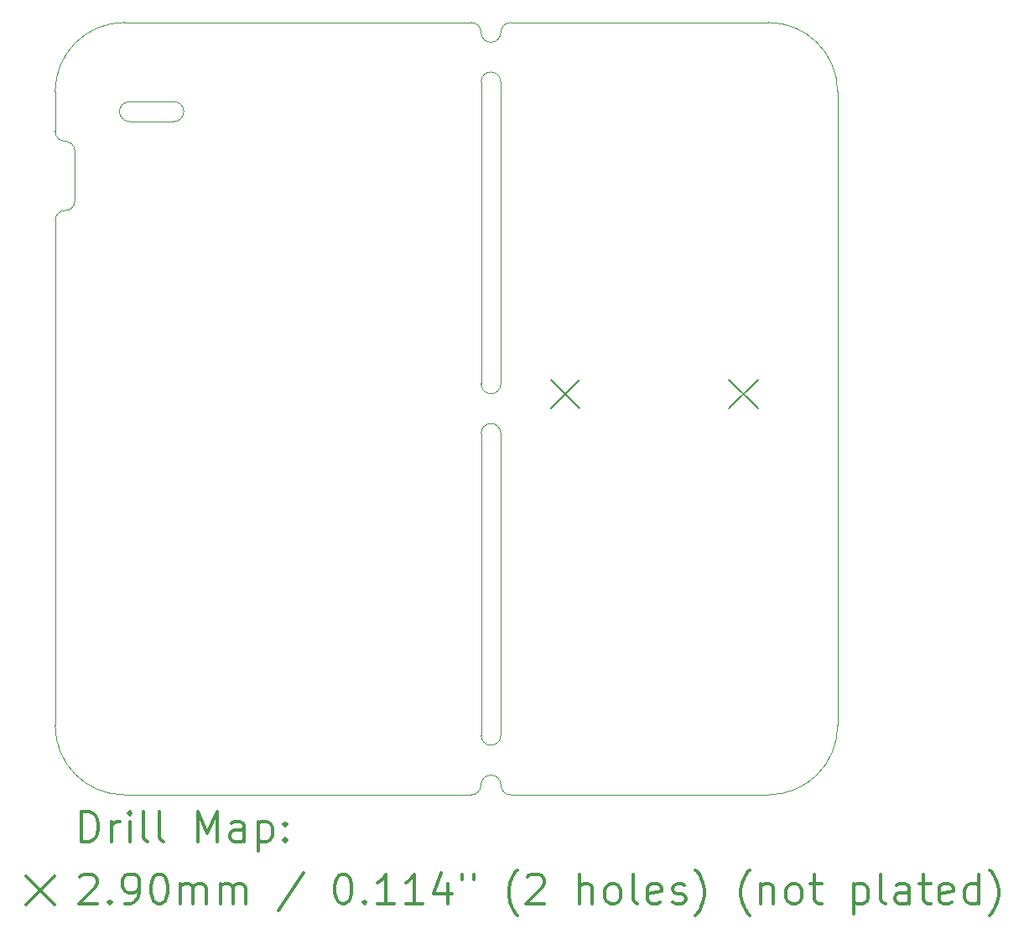
<source format=gbr>
%FSLAX45Y45*%
G04 Gerber Fmt 4.5, Leading zero omitted, Abs format (unit mm)*
G04 Created by KiCad (PCBNEW 4.0.7) date 07/30/18 06:42:12*
%MOMM*%
%LPD*%
G01*
G04 APERTURE LIST*
%ADD10C,0.127000*%
%ADD11C,0.100000*%
%ADD12C,0.200000*%
%ADD13C,0.300000*%
G04 APERTURE END LIST*
D10*
D11*
X8850000Y-8400000D02*
X9300000Y-8400000D01*
X8850000Y-8200000D02*
X9300000Y-8200000D01*
X9300000Y-8400000D02*
G75*
G03X9400000Y-8300000I0J100000D01*
G01*
X9400000Y-8300000D02*
G75*
G03X9300000Y-8200000I-100000J0D01*
G01*
X8750000Y-8300000D02*
G75*
G03X8850000Y-8400000I100000J0D01*
G01*
X8850000Y-8200000D02*
G75*
G03X8750000Y-8300000I0J-100000D01*
G01*
X8100000Y-9400000D02*
X8100000Y-14500000D01*
X8100000Y-8500000D02*
X8100000Y-8100000D01*
X8300000Y-8700000D02*
X8300000Y-9200000D01*
X8200000Y-9300000D02*
G75*
G03X8100000Y-9400000I0J-100000D01*
G01*
X8200000Y-9300000D02*
G75*
G03X8300000Y-9200000I0J100000D01*
G01*
X8300000Y-8700000D02*
G75*
G03X8200000Y-8600000I-100000J0D01*
G01*
X8100000Y-8500000D02*
G75*
G03X8200000Y-8600000I100000J0D01*
G01*
X12400000Y-8000000D02*
X12400000Y-11050000D01*
X12600000Y-11050000D02*
X12600000Y-8000000D01*
X12400000Y-11550000D02*
X12400000Y-14600000D01*
X12600000Y-14600000D02*
X12600000Y-11550000D01*
X8800000Y-15200000D02*
X12300000Y-15200000D01*
X12700000Y-15200000D02*
X15300000Y-15200000D01*
X12300000Y-7400000D02*
X8800000Y-7400000D01*
X12700000Y-7400000D02*
X15300000Y-7400000D01*
X12600000Y-15100000D02*
G75*
G03X12700000Y-15200000I100000J0D01*
G01*
X12600000Y-15100000D02*
G75*
G03X12500000Y-15000000I-100000J0D01*
G01*
X12500000Y-15000000D02*
G75*
G03X12400000Y-15100000I0J-100000D01*
G01*
X12300000Y-15200000D02*
G75*
G03X12400000Y-15100000I0J100000D01*
G01*
X12400000Y-7500000D02*
G75*
G03X12300000Y-7400000I-100000J0D01*
G01*
X12400000Y-7500000D02*
G75*
G03X12500000Y-7600000I100000J0D01*
G01*
X12500000Y-7600000D02*
G75*
G03X12600000Y-7500000I0J100000D01*
G01*
X12700000Y-7400000D02*
G75*
G03X12600000Y-7500000I0J-100000D01*
G01*
X16000000Y-8100000D02*
X16000000Y-14500000D01*
X8100000Y-14500000D02*
G75*
G03X8800000Y-15200000I700000J0D01*
G01*
X15300000Y-15200000D02*
G75*
G03X16000000Y-14500000I0J700000D01*
G01*
X16000000Y-8100000D02*
G75*
G03X15300000Y-7400000I-700000J0D01*
G01*
X8800000Y-7400000D02*
G75*
G03X8100000Y-8100000I0J-700000D01*
G01*
X12500000Y-11450000D02*
G75*
G03X12400000Y-11550000I0J-100000D01*
G01*
X12600000Y-11550000D02*
G75*
G03X12500000Y-11450000I-100000J0D01*
G01*
X12600000Y-8000000D02*
G75*
G03X12500000Y-7900000I-100000J0D01*
G01*
X12500000Y-7900000D02*
G75*
G03X12400000Y-8000000I0J-100000D01*
G01*
X12400000Y-11050000D02*
G75*
G03X12500000Y-11150000I100000J0D01*
G01*
X12500000Y-11150000D02*
G75*
G03X12600000Y-11050000I0J100000D01*
G01*
X12500000Y-14700000D02*
G75*
G03X12600000Y-14600000I0J100000D01*
G01*
X12400000Y-14600000D02*
G75*
G03X12500000Y-14700000I100000J0D01*
G01*
D12*
X13105000Y-11005000D02*
X13395000Y-11295000D01*
X13395000Y-11005000D02*
X13105000Y-11295000D01*
X14905000Y-11005000D02*
X15195000Y-11295000D01*
X15195000Y-11005000D02*
X14905000Y-11295000D01*
D13*
X8366428Y-15670714D02*
X8366428Y-15370714D01*
X8437857Y-15370714D01*
X8480714Y-15385000D01*
X8509286Y-15413571D01*
X8523571Y-15442143D01*
X8537857Y-15499286D01*
X8537857Y-15542143D01*
X8523571Y-15599286D01*
X8509286Y-15627857D01*
X8480714Y-15656429D01*
X8437857Y-15670714D01*
X8366428Y-15670714D01*
X8666429Y-15670714D02*
X8666429Y-15470714D01*
X8666429Y-15527857D02*
X8680714Y-15499286D01*
X8695000Y-15485000D01*
X8723571Y-15470714D01*
X8752143Y-15470714D01*
X8852143Y-15670714D02*
X8852143Y-15470714D01*
X8852143Y-15370714D02*
X8837857Y-15385000D01*
X8852143Y-15399286D01*
X8866429Y-15385000D01*
X8852143Y-15370714D01*
X8852143Y-15399286D01*
X9037857Y-15670714D02*
X9009286Y-15656429D01*
X8995000Y-15627857D01*
X8995000Y-15370714D01*
X9195000Y-15670714D02*
X9166429Y-15656429D01*
X9152143Y-15627857D01*
X9152143Y-15370714D01*
X9537857Y-15670714D02*
X9537857Y-15370714D01*
X9637857Y-15585000D01*
X9737857Y-15370714D01*
X9737857Y-15670714D01*
X10009286Y-15670714D02*
X10009286Y-15513571D01*
X9995000Y-15485000D01*
X9966429Y-15470714D01*
X9909286Y-15470714D01*
X9880714Y-15485000D01*
X10009286Y-15656429D02*
X9980714Y-15670714D01*
X9909286Y-15670714D01*
X9880714Y-15656429D01*
X9866429Y-15627857D01*
X9866429Y-15599286D01*
X9880714Y-15570714D01*
X9909286Y-15556429D01*
X9980714Y-15556429D01*
X10009286Y-15542143D01*
X10152143Y-15470714D02*
X10152143Y-15770714D01*
X10152143Y-15485000D02*
X10180714Y-15470714D01*
X10237857Y-15470714D01*
X10266429Y-15485000D01*
X10280714Y-15499286D01*
X10295000Y-15527857D01*
X10295000Y-15613571D01*
X10280714Y-15642143D01*
X10266429Y-15656429D01*
X10237857Y-15670714D01*
X10180714Y-15670714D01*
X10152143Y-15656429D01*
X10423571Y-15642143D02*
X10437857Y-15656429D01*
X10423571Y-15670714D01*
X10409286Y-15656429D01*
X10423571Y-15642143D01*
X10423571Y-15670714D01*
X10423571Y-15485000D02*
X10437857Y-15499286D01*
X10423571Y-15513571D01*
X10409286Y-15499286D01*
X10423571Y-15485000D01*
X10423571Y-15513571D01*
X7805000Y-16020000D02*
X8095000Y-16310000D01*
X8095000Y-16020000D02*
X7805000Y-16310000D01*
X8352143Y-16029286D02*
X8366428Y-16015000D01*
X8395000Y-16000714D01*
X8466429Y-16000714D01*
X8495000Y-16015000D01*
X8509286Y-16029286D01*
X8523571Y-16057857D01*
X8523571Y-16086429D01*
X8509286Y-16129286D01*
X8337857Y-16300714D01*
X8523571Y-16300714D01*
X8652143Y-16272143D02*
X8666429Y-16286429D01*
X8652143Y-16300714D01*
X8637857Y-16286429D01*
X8652143Y-16272143D01*
X8652143Y-16300714D01*
X8809286Y-16300714D02*
X8866428Y-16300714D01*
X8895000Y-16286429D01*
X8909286Y-16272143D01*
X8937857Y-16229286D01*
X8952143Y-16172143D01*
X8952143Y-16057857D01*
X8937857Y-16029286D01*
X8923571Y-16015000D01*
X8895000Y-16000714D01*
X8837857Y-16000714D01*
X8809286Y-16015000D01*
X8795000Y-16029286D01*
X8780714Y-16057857D01*
X8780714Y-16129286D01*
X8795000Y-16157857D01*
X8809286Y-16172143D01*
X8837857Y-16186429D01*
X8895000Y-16186429D01*
X8923571Y-16172143D01*
X8937857Y-16157857D01*
X8952143Y-16129286D01*
X9137857Y-16000714D02*
X9166429Y-16000714D01*
X9195000Y-16015000D01*
X9209286Y-16029286D01*
X9223571Y-16057857D01*
X9237857Y-16115000D01*
X9237857Y-16186429D01*
X9223571Y-16243571D01*
X9209286Y-16272143D01*
X9195000Y-16286429D01*
X9166429Y-16300714D01*
X9137857Y-16300714D01*
X9109286Y-16286429D01*
X9095000Y-16272143D01*
X9080714Y-16243571D01*
X9066429Y-16186429D01*
X9066429Y-16115000D01*
X9080714Y-16057857D01*
X9095000Y-16029286D01*
X9109286Y-16015000D01*
X9137857Y-16000714D01*
X9366429Y-16300714D02*
X9366429Y-16100714D01*
X9366429Y-16129286D02*
X9380714Y-16115000D01*
X9409286Y-16100714D01*
X9452143Y-16100714D01*
X9480714Y-16115000D01*
X9495000Y-16143571D01*
X9495000Y-16300714D01*
X9495000Y-16143571D02*
X9509286Y-16115000D01*
X9537857Y-16100714D01*
X9580714Y-16100714D01*
X9609286Y-16115000D01*
X9623571Y-16143571D01*
X9623571Y-16300714D01*
X9766429Y-16300714D02*
X9766429Y-16100714D01*
X9766429Y-16129286D02*
X9780714Y-16115000D01*
X9809286Y-16100714D01*
X9852143Y-16100714D01*
X9880714Y-16115000D01*
X9895000Y-16143571D01*
X9895000Y-16300714D01*
X9895000Y-16143571D02*
X9909286Y-16115000D01*
X9937857Y-16100714D01*
X9980714Y-16100714D01*
X10009286Y-16115000D01*
X10023571Y-16143571D01*
X10023571Y-16300714D01*
X10609286Y-15986429D02*
X10352143Y-16372143D01*
X10995000Y-16000714D02*
X11023571Y-16000714D01*
X11052143Y-16015000D01*
X11066428Y-16029286D01*
X11080714Y-16057857D01*
X11095000Y-16115000D01*
X11095000Y-16186429D01*
X11080714Y-16243571D01*
X11066428Y-16272143D01*
X11052143Y-16286429D01*
X11023571Y-16300714D01*
X10995000Y-16300714D01*
X10966428Y-16286429D01*
X10952143Y-16272143D01*
X10937857Y-16243571D01*
X10923571Y-16186429D01*
X10923571Y-16115000D01*
X10937857Y-16057857D01*
X10952143Y-16029286D01*
X10966428Y-16015000D01*
X10995000Y-16000714D01*
X11223571Y-16272143D02*
X11237857Y-16286429D01*
X11223571Y-16300714D01*
X11209286Y-16286429D01*
X11223571Y-16272143D01*
X11223571Y-16300714D01*
X11523571Y-16300714D02*
X11352143Y-16300714D01*
X11437857Y-16300714D02*
X11437857Y-16000714D01*
X11409285Y-16043571D01*
X11380714Y-16072143D01*
X11352143Y-16086429D01*
X11809285Y-16300714D02*
X11637857Y-16300714D01*
X11723571Y-16300714D02*
X11723571Y-16000714D01*
X11695000Y-16043571D01*
X11666428Y-16072143D01*
X11637857Y-16086429D01*
X12066428Y-16100714D02*
X12066428Y-16300714D01*
X11995000Y-15986429D02*
X11923571Y-16200714D01*
X12109285Y-16200714D01*
X12209286Y-16000714D02*
X12209286Y-16057857D01*
X12323571Y-16000714D02*
X12323571Y-16057857D01*
X12766428Y-16415000D02*
X12752143Y-16400714D01*
X12723571Y-16357857D01*
X12709285Y-16329286D01*
X12695000Y-16286429D01*
X12680714Y-16215000D01*
X12680714Y-16157857D01*
X12695000Y-16086429D01*
X12709285Y-16043571D01*
X12723571Y-16015000D01*
X12752143Y-15972143D01*
X12766428Y-15957857D01*
X12866428Y-16029286D02*
X12880714Y-16015000D01*
X12909285Y-16000714D01*
X12980714Y-16000714D01*
X13009285Y-16015000D01*
X13023571Y-16029286D01*
X13037857Y-16057857D01*
X13037857Y-16086429D01*
X13023571Y-16129286D01*
X12852143Y-16300714D01*
X13037857Y-16300714D01*
X13395000Y-16300714D02*
X13395000Y-16000714D01*
X13523571Y-16300714D02*
X13523571Y-16143571D01*
X13509285Y-16115000D01*
X13480714Y-16100714D01*
X13437857Y-16100714D01*
X13409285Y-16115000D01*
X13395000Y-16129286D01*
X13709285Y-16300714D02*
X13680714Y-16286429D01*
X13666428Y-16272143D01*
X13652143Y-16243571D01*
X13652143Y-16157857D01*
X13666428Y-16129286D01*
X13680714Y-16115000D01*
X13709285Y-16100714D01*
X13752143Y-16100714D01*
X13780714Y-16115000D01*
X13795000Y-16129286D01*
X13809285Y-16157857D01*
X13809285Y-16243571D01*
X13795000Y-16272143D01*
X13780714Y-16286429D01*
X13752143Y-16300714D01*
X13709285Y-16300714D01*
X13980714Y-16300714D02*
X13952143Y-16286429D01*
X13937857Y-16257857D01*
X13937857Y-16000714D01*
X14209286Y-16286429D02*
X14180714Y-16300714D01*
X14123571Y-16300714D01*
X14095000Y-16286429D01*
X14080714Y-16257857D01*
X14080714Y-16143571D01*
X14095000Y-16115000D01*
X14123571Y-16100714D01*
X14180714Y-16100714D01*
X14209286Y-16115000D01*
X14223571Y-16143571D01*
X14223571Y-16172143D01*
X14080714Y-16200714D01*
X14337857Y-16286429D02*
X14366428Y-16300714D01*
X14423571Y-16300714D01*
X14452143Y-16286429D01*
X14466428Y-16257857D01*
X14466428Y-16243571D01*
X14452143Y-16215000D01*
X14423571Y-16200714D01*
X14380714Y-16200714D01*
X14352143Y-16186429D01*
X14337857Y-16157857D01*
X14337857Y-16143571D01*
X14352143Y-16115000D01*
X14380714Y-16100714D01*
X14423571Y-16100714D01*
X14452143Y-16115000D01*
X14566428Y-16415000D02*
X14580714Y-16400714D01*
X14609286Y-16357857D01*
X14623571Y-16329286D01*
X14637857Y-16286429D01*
X14652143Y-16215000D01*
X14652143Y-16157857D01*
X14637857Y-16086429D01*
X14623571Y-16043571D01*
X14609286Y-16015000D01*
X14580714Y-15972143D01*
X14566428Y-15957857D01*
X15109286Y-16415000D02*
X15095000Y-16400714D01*
X15066428Y-16357857D01*
X15052143Y-16329286D01*
X15037857Y-16286429D01*
X15023571Y-16215000D01*
X15023571Y-16157857D01*
X15037857Y-16086429D01*
X15052143Y-16043571D01*
X15066428Y-16015000D01*
X15095000Y-15972143D01*
X15109286Y-15957857D01*
X15223571Y-16100714D02*
X15223571Y-16300714D01*
X15223571Y-16129286D02*
X15237857Y-16115000D01*
X15266428Y-16100714D01*
X15309286Y-16100714D01*
X15337857Y-16115000D01*
X15352143Y-16143571D01*
X15352143Y-16300714D01*
X15537857Y-16300714D02*
X15509286Y-16286429D01*
X15495000Y-16272143D01*
X15480714Y-16243571D01*
X15480714Y-16157857D01*
X15495000Y-16129286D01*
X15509286Y-16115000D01*
X15537857Y-16100714D01*
X15580714Y-16100714D01*
X15609286Y-16115000D01*
X15623571Y-16129286D01*
X15637857Y-16157857D01*
X15637857Y-16243571D01*
X15623571Y-16272143D01*
X15609286Y-16286429D01*
X15580714Y-16300714D01*
X15537857Y-16300714D01*
X15723571Y-16100714D02*
X15837857Y-16100714D01*
X15766428Y-16000714D02*
X15766428Y-16257857D01*
X15780714Y-16286429D01*
X15809286Y-16300714D01*
X15837857Y-16300714D01*
X16166428Y-16100714D02*
X16166428Y-16400714D01*
X16166428Y-16115000D02*
X16195000Y-16100714D01*
X16252143Y-16100714D01*
X16280714Y-16115000D01*
X16295000Y-16129286D01*
X16309286Y-16157857D01*
X16309286Y-16243571D01*
X16295000Y-16272143D01*
X16280714Y-16286429D01*
X16252143Y-16300714D01*
X16195000Y-16300714D01*
X16166428Y-16286429D01*
X16480714Y-16300714D02*
X16452143Y-16286429D01*
X16437857Y-16257857D01*
X16437857Y-16000714D01*
X16723571Y-16300714D02*
X16723571Y-16143571D01*
X16709286Y-16115000D01*
X16680714Y-16100714D01*
X16623571Y-16100714D01*
X16595000Y-16115000D01*
X16723571Y-16286429D02*
X16695000Y-16300714D01*
X16623571Y-16300714D01*
X16595000Y-16286429D01*
X16580714Y-16257857D01*
X16580714Y-16229286D01*
X16595000Y-16200714D01*
X16623571Y-16186429D01*
X16695000Y-16186429D01*
X16723571Y-16172143D01*
X16823571Y-16100714D02*
X16937857Y-16100714D01*
X16866429Y-16000714D02*
X16866429Y-16257857D01*
X16880714Y-16286429D01*
X16909286Y-16300714D01*
X16937857Y-16300714D01*
X17152143Y-16286429D02*
X17123572Y-16300714D01*
X17066429Y-16300714D01*
X17037857Y-16286429D01*
X17023572Y-16257857D01*
X17023572Y-16143571D01*
X17037857Y-16115000D01*
X17066429Y-16100714D01*
X17123572Y-16100714D01*
X17152143Y-16115000D01*
X17166429Y-16143571D01*
X17166429Y-16172143D01*
X17023572Y-16200714D01*
X17423572Y-16300714D02*
X17423572Y-16000714D01*
X17423572Y-16286429D02*
X17395000Y-16300714D01*
X17337857Y-16300714D01*
X17309286Y-16286429D01*
X17295000Y-16272143D01*
X17280714Y-16243571D01*
X17280714Y-16157857D01*
X17295000Y-16129286D01*
X17309286Y-16115000D01*
X17337857Y-16100714D01*
X17395000Y-16100714D01*
X17423572Y-16115000D01*
X17537857Y-16415000D02*
X17552143Y-16400714D01*
X17580714Y-16357857D01*
X17595000Y-16329286D01*
X17609286Y-16286429D01*
X17623572Y-16215000D01*
X17623572Y-16157857D01*
X17609286Y-16086429D01*
X17595000Y-16043571D01*
X17580714Y-16015000D01*
X17552143Y-15972143D01*
X17537857Y-15957857D01*
M02*

</source>
